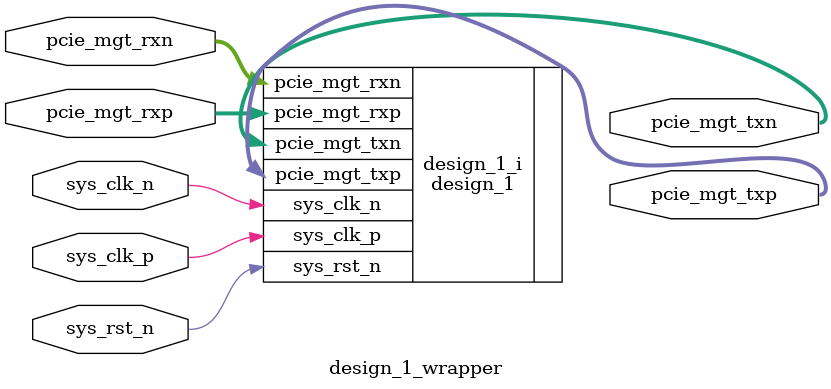
<source format=v>
`timescale 1 ps / 1 ps

module design_1_wrapper
   (pcie_mgt_rxn,
    pcie_mgt_rxp,
    pcie_mgt_txn,
    pcie_mgt_txp,
    sys_clk_n,
    sys_clk_p,
    sys_rst_n);
  input [7:0]pcie_mgt_rxn;
  input [7:0]pcie_mgt_rxp;
  output [7:0]pcie_mgt_txn;
  output [7:0]pcie_mgt_txp;
  input [0:0]sys_clk_n;
  input [0:0]sys_clk_p;
  input [0:0]sys_rst_n;

  wire [7:0]pcie_mgt_rxn;
  wire [7:0]pcie_mgt_rxp;
  wire [7:0]pcie_mgt_txn;
  wire [7:0]pcie_mgt_txp;
  wire [0:0]sys_clk_n;
  wire [0:0]sys_clk_p;
  wire [0:0]sys_rst_n;

  design_1 design_1_i
       (.pcie_mgt_rxn(pcie_mgt_rxn),
        .pcie_mgt_rxp(pcie_mgt_rxp),
        .pcie_mgt_txn(pcie_mgt_txn),
        .pcie_mgt_txp(pcie_mgt_txp),
        .sys_clk_n(sys_clk_n),
        .sys_clk_p(sys_clk_p),
        .sys_rst_n(sys_rst_n));
endmodule

</source>
